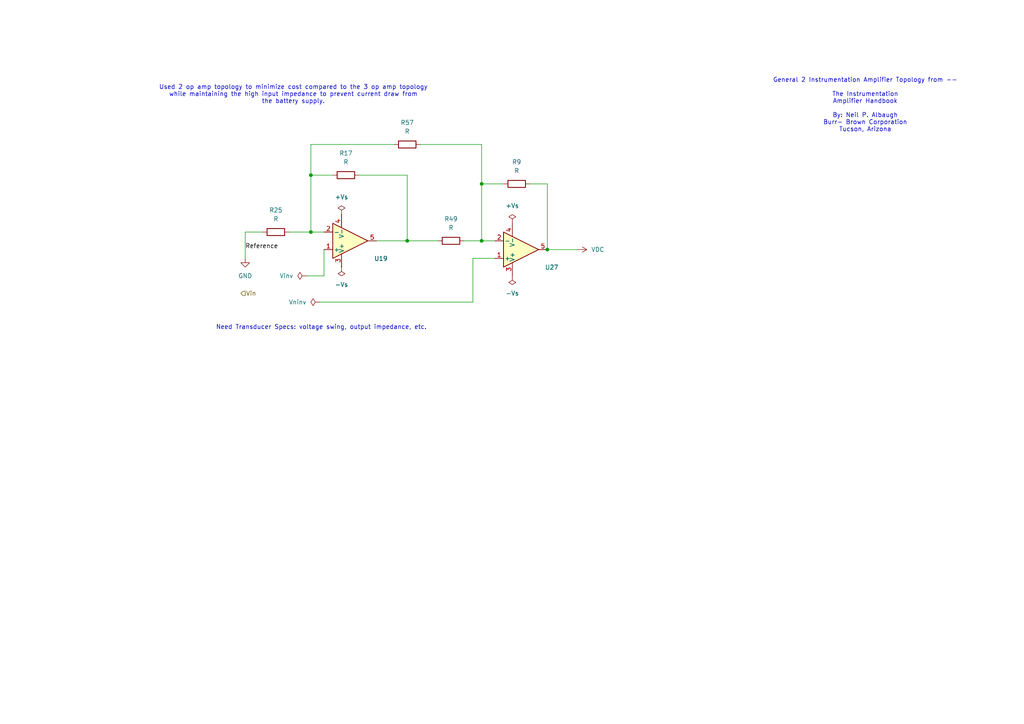
<source format=kicad_sch>
(kicad_sch (version 20250114) (generator "eeschema") (generator_version "9.0")
  (paper "A4")
  (lib_symbols
    (symbol "Device:R" (pin_numbers (hide yes)) (pin_names (offset 0))
      (property "Reference" "R" (at 2.032 0 90))
      (property "Value" "R" (at 0 0 90))
      (symbol "R_0_1"
        (rectangle (start -1.016 -2.54) (end 1.016 2.54) (stroke (width 0.254)))
      )
      (symbol "R_1_1"
        (pin passive line (at 0 3.81 270) (length 1.27) (name "~") (number "1"))
        (pin passive line (at 0 -3.81 90) (length 1.27) (name "~") (number "2"))
      )
    )
    (symbol "Simulation_SPICE:OPAMP" (pin_names (offset 0.254))
      (property "Reference" "U" (at 3.81 3.175 0))
      (property "Value" "${SIM.PARAMS}" (at 3.81 -3.175 0))
      (symbol "OPAMP_0_1"
        (polyline (pts (xy 5.08 0) (xy -5.08 5.08) (xy -5.08 -5.08) (xy 5.08 0)) (stroke (width 0.254)) (fill (type background)))
      )
      (symbol "OPAMP_1_1"
        (pin input line (at -7.62 2.54 0) (length 2.54) (name "+") (number "1"))
        (pin input line (at -7.62 -2.54 0) (length 2.54) (name "-") (number "2"))
        (pin power_in line (at -2.54 7.62 270) (length 3.81) (name "V+") (number "3"))
        (pin power_in line (at -2.54 -7.62 90) (length 3.81) (name "V-") (number "4"))
        (pin output line (at 7.62 0 180) (length 2.54) (name "~") (number "5"))
      )
    )
    (symbol "power:GND" (power) (pin_numbers (hide yes)) (pin_names (offset 0) (hide yes))
      (property "Value" "GND" (at 0 -3.81 0))
      (symbol "GND_0_1"
        (polyline (pts (xy 0 0) (xy 0 -1.27) (xy 1.27 -1.27) (xy 0 -2.54) (xy -1.27 -1.27) (xy 0 -1.27)))
      )
      (symbol "GND_1_1"
        (pin power_in line (at 0 0 270) (length 0) (name "~") (number "1"))
      )
    )
    (symbol "power:PWR_FLAG" (power) (pin_numbers (hide yes)) (pin_names (offset 0) (hide yes))
      (property "Value" "PWR_FLAG" (at 0 3.81 0))
      (symbol "PWR_FLAG_0_0"
        (pin power_out line (at 0 0 90) (length 0) (name "~") (number "1"))
      )
      (symbol "PWR_FLAG_0_1"
        (polyline (pts (xy 0 0) (xy 0 1.27) (xy -1.016 1.905) (xy 0 2.54) (xy 1.016 1.905) (xy 0 1.27)))
      )
    )
    (symbol "power:VDC" (power) (pin_numbers (hide yes)) (pin_names (offset 0) (hide yes))
      (property "Value" "VDC" (at 0 3.556 0))
      (symbol "VDC_0_1"
        (polyline (pts (xy -0.762 1.27) (xy 0 2.54)))
        (polyline (pts (xy 0 2.54) (xy 0.762 1.27)))
        (polyline (pts (xy 0 0) (xy 0 2.54)))
      )
      (symbol "VDC_1_1"
        (pin power_in line (at 0 0 90) (length 0) (name "~") (number "1"))
      )
    )
  )
  (text "Need Transducer Specs: voltage swing, output impedance, etc." (at 93.218 94.996 0) (effects (font (size 1.27 1.27))))
  (text "General 2 Instrumentation Amplifier Topology from --\n\nThe Instrumentation\nAmplifier Handbook\n\nBy: Neil P. Albaugh\nBurr- Brown Corporation\nTucson, Arizona" (at 250.952 30.48 0) (effects (font (size 1.27 1.27))))
  (text "Used 2 op amp topology to minimize cost compared to the 3 op amp topology\nwhile maintaining the high input impedance to prevent current draw from\nthe battery supply." (at 85.09 27.432 0) (effects (font (size 1.27 1.27))))
  (junction (at 158.75 72.39))
  (junction (at 90.17 50.8))
  (junction (at 139.7 69.85))
  (junction (at 139.7 53.34))
  (junction (at 90.17 67.31))
  (junction (at 118.11 69.85))
  (wire (pts (xy 92.71 87.63) (xy 137.16 87.63)))
  (wire (pts (xy 137.16 74.93) (xy 143.51 74.93)))
  (wire (pts (xy 96.52 50.8) (xy 90.17 50.8)))
  (wire (pts (xy 139.7 69.85) (xy 134.62 69.85)))
  (wire (pts (xy 71.12 67.31) (xy 76.2 67.31)))
  (wire (pts (xy 118.11 69.85) (xy 109.22 69.85)))
  (wire (pts (xy 90.17 50.8) (xy 90.17 41.91)))
  (wire (pts (xy 93.98 80.01) (xy 93.98 72.39)))
  (wire (pts (xy 104.14 50.8) (xy 118.11 50.8)))
  (wire (pts (xy 139.7 41.91) (xy 139.7 53.34)))
  (wire (pts (xy 90.17 50.8) (xy 90.17 67.31)))
  (wire (pts (xy 83.82 67.31) (xy 90.17 67.31)))
  (wire (pts (xy 139.7 69.85) (xy 143.51 69.85)))
  (wire (pts (xy 139.7 53.34) (xy 139.7 69.85)))
  (wire (pts (xy 137.16 87.63) (xy 137.16 74.93)))
  (wire (pts (xy 90.17 41.91) (xy 114.3 41.91)))
  (wire (pts (xy 121.92 41.91) (xy 139.7 41.91)))
  (wire (pts (xy 158.75 53.34) (xy 158.75 72.39)))
  (wire (pts (xy 88.9 80.01) (xy 93.98 80.01)))
  (wire (pts (xy 139.7 53.34) (xy 146.05 53.34)))
  (wire (pts (xy 71.12 67.31) (xy 71.12 74.93)))
  (wire (pts (xy 118.11 69.85) (xy 127 69.85)))
  (wire (pts (xy 118.11 50.8) (xy 118.11 69.85)))
  (wire (pts (xy 158.75 72.39) (xy 167.64 72.39)))
  (wire (pts (xy 153.67 53.34) (xy 158.75 53.34)))
  (wire (pts (xy 90.17 67.31) (xy 93.98 67.31)))
  (label "Reference" (at 71.12 72.39 0))
  (hierarchical_label "Vin" (shape input) (at 69.85 85.09 0))
  (symbol (lib_id "power:PWR_FLAG") (at 99.06 77.47 180) (unit 1)
    (property "Reference" "#FLG025" (effects (hide yes)))
    (property "Value" "-Vs" (at 99.06 82.55 0))
    (property "Description" "Special symbol for telling ERC where power comes from" (effects (hide yes)))
    (instances (project "Capstone" (path "" (reference "#FLG032") (unit 1)) (path "" (reference "#FLG030") (unit 1)) (path "" (reference "#FLG029") (unit 1)) (path "" (reference "#FLG027") (unit 1)) (path "" (reference "#FLG028") (unit 1)) (path "" (reference "#FLG026") (unit 1)) (path "" (reference "#FLG025") (unit 1)) (path "" (reference "#FLG031") (unit 1))))
  )
  (symbol (lib_id "power:PWR_FLAG") (at 99.06 62.23 0) (unit 1)
    (property "Reference" "#FLG017" (effects (hide yes)))
    (property "Value" "+Vs" (at 99.06 57.15 0))
    (property "Description" "Special symbol for telling ERC where power comes from" (effects (hide yes)))
    (instances (project "Capstone" (path "" (reference "#FLG024") (unit 1)) (path "" (reference "#FLG022") (unit 1)) (path "" (reference "#FLG021") (unit 1)) (path "" (reference "#FLG019") (unit 1)) (path "" (reference "#FLG020") (unit 1)) (path "" (reference "#FLG018") (unit 1)) (path "" (reference "#FLG017") (unit 1)) (path "" (reference "#FLG023") (unit 1))))
  )
  (symbol (lib_id "Device:R") (at 100.33 50.8 90) (unit 1)
    (property "Reference" "R10" (at 100.33 44.45 90))
    (property "Value" "R" (at 100.33 46.99 90))
    (property "Footprint" "Resistor_SMD:R_0201_0603Metric_Pad0.64x0.40mm_HandSolder" (effects (hide yes)))
    (property "Description" "Resistor" (effects (hide yes)))
    (instances (project "Capstone" (path "" (reference "R17") (unit 1)) (path "" (reference "R15") (unit 1)) (path "" (reference "R14") (unit 1)) (path "" (reference "R12") (unit 1)) (path "" (reference "R13") (unit 1)) (path "" (reference "R11") (unit 1)) (path "" (reference "R10") (unit 1)) (path "" (reference "R16") (unit 1))))
  )
  (symbol (lib_id "power:PWR_FLAG") (at 148.59 64.77 0) (unit 1)
    (property "Reference" "#FLG033" (effects (hide yes)))
    (property "Value" "+Vs" (at 148.59 59.69 0))
    (property "Description" "Special symbol for telling ERC where power comes from" (effects (hide yes)))
    (instances (project "Capstone" (path "" (reference "#FLG040") (unit 1)) (path "" (reference "#FLG038") (unit 1)) (path "" (reference "#FLG037") (unit 1)) (path "" (reference "#FLG035") (unit 1)) (path "" (reference "#FLG036") (unit 1)) (path "" (reference "#FLG034") (unit 1)) (path "" (reference "#FLG033") (unit 1)) (path "" (reference "#FLG039") (unit 1))))
  )
  (symbol (lib_id "power:PWR_FLAG") (at 92.71 87.63 90) (unit 1)
    (property "Reference" "#FLG01" (effects (hide yes)))
    (property "Value" "Vninv" (at 88.9 87.6299 90) (effects (justify left)))
    (property "Description" "Special symbol for telling ERC where power comes from" (effects (hide yes)))
    (instances (project "Capstone" (path "" (reference "#FLG08") (unit 1)) (path "" (reference "#FLG06") (unit 1)) (path "" (reference "#FLG05") (unit 1)) (path "" (reference "#FLG03") (unit 1)) (path "" (reference "#FLG04") (unit 1)) (path "" (reference "#FLG02") (unit 1)) (path "" (reference "#FLG01") (unit 1)) (path "" (reference "#FLG07") (unit 1))))
  )
  (symbol (lib_id "power:PWR_FLAG") (at 148.59 80.01 180) (unit 1)
    (property "Reference" "#FLG041" (effects (hide yes)))
    (property "Value" "-Vs" (at 148.59 85.09 0))
    (property "Description" "Special symbol for telling ERC where power comes from" (effects (hide yes)))
    (instances (project "Capstone" (path "" (reference "#FLG048") (unit 1)) (path "" (reference "#FLG046") (unit 1)) (path "" (reference "#FLG045") (unit 1)) (path "" (reference "#FLG043") (unit 1)) (path "" (reference "#FLG044") (unit 1)) (path "" (reference "#FLG042") (unit 1)) (path "" (reference "#FLG041") (unit 1)) (path "" (reference "#FLG047") (unit 1))))
  )
  (symbol (lib_id "power:VDC") (at 167.64 72.39 270) (unit 1)
    (property "Reference" "#PWR010" (effects (hide yes)))
    (property "Value" "VDC" (at 171.45 72.3899 90) (effects (justify left)))
    (property "Description" "Power symbol creates a global label with name \"VDC\"" (effects (hide yes)))
    (instances (project "Capstone" (path "" (reference "#PWR017") (unit 1)) (path "" (reference "#PWR015") (unit 1)) (path "" (reference "#PWR014") (unit 1)) (path "" (reference "#PWR012") (unit 1)) (path "" (reference "#PWR013") (unit 1)) (path "" (reference "#PWR011") (unit 1)) (path "" (reference "#PWR010") (unit 1)) (path "" (reference "#PWR016") (unit 1))))
  )
  (symbol (lib_id "Device:R") (at 80.01 67.31 90) (unit 1)
    (property "Reference" "R18" (at 80.01 60.96 90))
    (property "Value" "R" (at 80.01 63.5 90))
    (property "Description" "Resistor" (effects (hide yes)))
    (instances (project "Capstone" (path "" (reference "R25") (unit 1)) (path "" (reference "R23") (unit 1)) (path "" (reference "R22") (unit 1)) (path "" (reference "R20") (unit 1)) (path "" (reference "R21") (unit 1)) (path "" (reference "R19") (unit 1)) (path "" (reference "R18") (unit 1)) (path "" (reference "R24") (unit 1))))
  )
  (symbol (lib_id "Device:R") (at 149.86 53.34 270) (unit 1)
    (property "Reference" "R2" (at 149.86 46.99 90))
    (property "Value" "R" (at 149.86 49.53 90))
    (property "Footprint" "Resistor_SMD:R_0201_0603Metric_Pad0.64x0.40mm_HandSolder" (effects (hide yes)))
    (property "Description" "Resistor" (effects (hide yes)))
    (instances (project "Capstone" (path "" (reference "R9") (unit 1)) (path "" (reference "R7") (unit 1)) (path "" (reference "R6") (unit 1)) (path "" (reference "R4") (unit 1)) (path "" (reference "R5") (unit 1)) (path "" (reference "R3") (unit 1)) (path "" (reference "R2") (unit 1)) (path "" (reference "R8") (unit 1))))
  )
  (symbol (lib_id "Simulation_SPICE:OPAMP") (at 151.13 72.39 0) (mirror x) (unit 1)
    (property "Reference" "U20" (at 160.02 77.5402 0))
    (property "Value" "${SIM.PARAMS}" (at 160.02 75.6351 0))
    (property "Datasheet" "https://ngspice.sourceforge.io/docs/ngspice-html-manual/manual.xhtml#sec__SUBCKT_Subcircuits" (effects (hide yes)))
    (property "Description" "Operational amplifier, single" (effects (hide yes)))
    (property "Sim.Pins" "1=in+ 2=in- 3=vcc 4=vee 5=out" (effects (hide yes)))
    (property "Sim.Device" "SUBCKT" (effects (hide yes)))
    (property "Sim.Library" "${KICAD9_SYMBOL_DIR}/Simulation_SPICE.sp" (effects (hide yes)))
    (property "Sim.Name" "kicad_builtin_opamp" (effects (hide yes)))
    (instances (project "Capstone" (path "" (reference "U27") (unit 1)) (path "" (reference "U25") (unit 1)) (path "" (reference "U24") (unit 1)) (path "" (reference "U22") (unit 1)) (path "" (reference "U23") (unit 1)) (path "" (reference "U21") (unit 1)) (path "" (reference "U20") (unit 1)) (path "" (reference "U26") (unit 1))))
  )
  (symbol (lib_id "Device:R") (at 130.81 69.85 90) (unit 1)
    (property "Reference" "R42" (at 130.81 63.5 90))
    (property "Value" "R" (at 130.81 66.04 90))
    (property "Description" "Resistor" (effects (hide yes)))
    (instances (project "Capstone" (path "" (reference "R49") (unit 1)) (path "" (reference "R47") (unit 1)) (path "" (reference "R46") (unit 1)) (path "" (reference "R44") (unit 1)) (path "" (reference "R45") (unit 1)) (path "" (reference "R43") (unit 1)) (path "" (reference "R42") (unit 1)) (path "" (reference "R48") (unit 1))))
  )
  (symbol (lib_id "power:GND") (at 71.12 74.93 0) (unit 1)
    (property "Reference" "#PWR02" (effects (hide yes)))
    (property "Value" "GND" (at 71.12 80.01 0))
    (property "Description" "Power symbol creates a global label with name \"GND\" , ground" (effects (hide yes)))
    (instances (project "Capstone" (path "" (reference "#PWR09") (unit 1)) (path "" (reference "#PWR07") (unit 1)) (path "" (reference "#PWR06") (unit 1)) (path "" (reference "#PWR04") (unit 1)) (path "" (reference "#PWR05") (unit 1)) (path "" (reference "#PWR03") (unit 1)) (path "" (reference "#PWR02") (unit 1)) (path "" (reference "#PWR08") (unit 1))))
  )
  (symbol (lib_id "Device:R") (at 118.11 41.91 90) (unit 1)
    (property "Reference" "R50" (at 118.11 35.56 90))
    (property "Value" "R" (at 118.11 38.1 90))
    (property "Description" "Resistor" (effects (hide yes)))
    (instances (project "Capstone" (path "" (reference "R57") (unit 1)) (path "" (reference "R55") (unit 1)) (path "" (reference "R54") (unit 1)) (path "" (reference "R52") (unit 1)) (path "" (reference "R53") (unit 1)) (path "" (reference "R51") (unit 1)) (path "" (reference "R50") (unit 1)) (path "" (reference "R56") (unit 1))))
  )
  (symbol (lib_id "Simulation_SPICE:OPAMP") (at 101.6 69.85 0) (mirror x) (unit 1)
    (property "Reference" "U12" (at 110.49 75.0002 0))
    (property "Value" "${SIM.PARAMS}" (at 110.49 73.0951 0))
    (property "Datasheet" "https://ngspice.sourceforge.io/docs/ngspice-html-manual/manual.xhtml#sec__SUBCKT_Subcircuits" (effects (hide yes)))
    (property "Description" "Operational amplifier, single" (effects (hide yes)))
    (property "Sim.Pins" "1=in+ 2=in- 3=vcc 4=vee 5=out" (effects (hide yes)))
    (property "Sim.Device" "SUBCKT" (effects (hide yes)))
    (property "Sim.Library" "${KICAD9_SYMBOL_DIR}/Simulation_SPICE.sp" (effects (hide yes)))
    (property "Sim.Name" "kicad_builtin_opamp" (effects (hide yes)))
    (instances (project "Capstone" (path "" (reference "U19") (unit 1)) (path "" (reference "U17") (unit 1)) (path "" (reference "U16") (unit 1)) (path "" (reference "U14") (unit 1)) (path "" (reference "U15") (unit 1)) (path "" (reference "U13") (unit 1)) (path "" (reference "U12") (unit 1)) (path "" (reference "U18") (unit 1))))
  )
  (symbol (lib_id "power:PWR_FLAG") (at 88.9 80.01 90) (unit 1)
    (property "Reference" "#FLG09" (effects (hide yes)))
    (property "Value" "Vinv" (at 85.09 80.0099 90) (effects (justify left)))
    (property "Description" "Special symbol for telling ERC where power comes from" (effects (hide yes)))
    (instances (project "Capstone" (path "" (reference "#FLG016") (unit 1)) (path "" (reference "#FLG014") (unit 1)) (path "" (reference "#FLG013") (unit 1)) (path "" (reference "#FLG011") (unit 1)) (path "" (reference "#FLG012") (unit 1)) (path "" (reference "#FLG010") (unit 1)) (path "" (reference "#FLG09") (unit 1)) (path "" (reference "#FLG015") (unit 1))))
  )
)
</source>
